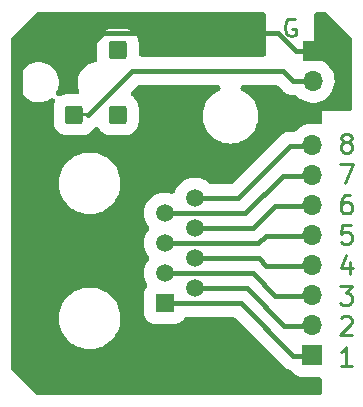
<source format=gbr>
%TF.GenerationSoftware,KiCad,Pcbnew,(6.0.0-0)*%
%TF.CreationDate,2023-04-18T12:25:17-04:00*%
%TF.ProjectId,row-breakout,726f772d-6272-4656-916b-6f75742e6b69,rev?*%
%TF.SameCoordinates,Original*%
%TF.FileFunction,Copper,L1,Top*%
%TF.FilePolarity,Positive*%
%FSLAX46Y46*%
G04 Gerber Fmt 4.6, Leading zero omitted, Abs format (unit mm)*
G04 Created by KiCad (PCBNEW (6.0.0-0)) date 2023-04-18 12:25:17*
%MOMM*%
%LPD*%
G01*
G04 APERTURE LIST*
G04 Aperture macros list*
%AMRoundRect*
0 Rectangle with rounded corners*
0 $1 Rounding radius*
0 $2 $3 $4 $5 $6 $7 $8 $9 X,Y pos of 4 corners*
0 Add a 4 corners polygon primitive as box body*
4,1,4,$2,$3,$4,$5,$6,$7,$8,$9,$2,$3,0*
0 Add four circle primitives for the rounded corners*
1,1,$1+$1,$2,$3*
1,1,$1+$1,$4,$5*
1,1,$1+$1,$6,$7*
1,1,$1+$1,$8,$9*
0 Add four rect primitives between the rounded corners*
20,1,$1+$1,$2,$3,$4,$5,0*
20,1,$1+$1,$4,$5,$6,$7,0*
20,1,$1+$1,$6,$7,$8,$9,0*
20,1,$1+$1,$8,$9,$2,$3,0*%
G04 Aperture macros list end*
%ADD10C,0.250000*%
%TA.AperFunction,NonConductor*%
%ADD11C,0.250000*%
%TD*%
%TA.AperFunction,SMDPad,CuDef*%
%ADD12RoundRect,0.187500X0.562500X-0.562500X0.562500X0.562500X-0.562500X0.562500X-0.562500X-0.562500X0*%
%TD*%
%TA.AperFunction,ComponentPad*%
%ADD13R,1.700000X1.700000*%
%TD*%
%TA.AperFunction,ComponentPad*%
%ADD14O,1.700000X1.700000*%
%TD*%
%TA.AperFunction,ComponentPad*%
%ADD15R,1.500000X1.500000*%
%TD*%
%TA.AperFunction,ComponentPad*%
%ADD16C,1.500000*%
%TD*%
%TA.AperFunction,Conductor*%
%ADD17C,0.400000*%
%TD*%
%TA.AperFunction,Conductor*%
%ADD18C,0.250000*%
%TD*%
G04 APERTURE END LIST*
D10*
D11*
X50175023Y-36498523D02*
X50022642Y-36422333D01*
X49946452Y-36346142D01*
X49870261Y-36193761D01*
X49870261Y-36117571D01*
X49946452Y-35965190D01*
X50022642Y-35889000D01*
X50175023Y-35812809D01*
X50479785Y-35812809D01*
X50632166Y-35889000D01*
X50708357Y-35965190D01*
X50784547Y-36117571D01*
X50784547Y-36193761D01*
X50708357Y-36346142D01*
X50632166Y-36422333D01*
X50479785Y-36498523D01*
X50175023Y-36498523D01*
X50022642Y-36574714D01*
X49946452Y-36650904D01*
X49870261Y-36803285D01*
X49870261Y-37108047D01*
X49946452Y-37260428D01*
X50022642Y-37336619D01*
X50175023Y-37412809D01*
X50479785Y-37412809D01*
X50632166Y-37336619D01*
X50708357Y-37260428D01*
X50784547Y-37108047D01*
X50784547Y-36803285D01*
X50708357Y-36650904D01*
X50632166Y-36574714D01*
X50479785Y-36498523D01*
X49794071Y-38388809D02*
X50860738Y-38388809D01*
X50175023Y-39988809D01*
X50632166Y-40964809D02*
X50327404Y-40964809D01*
X50175023Y-41041000D01*
X50098833Y-41117190D01*
X49946452Y-41345761D01*
X49870261Y-41650523D01*
X49870261Y-42260047D01*
X49946452Y-42412428D01*
X50022642Y-42488619D01*
X50175023Y-42564809D01*
X50479785Y-42564809D01*
X50632166Y-42488619D01*
X50708357Y-42412428D01*
X50784547Y-42260047D01*
X50784547Y-41879095D01*
X50708357Y-41726714D01*
X50632166Y-41650523D01*
X50479785Y-41574333D01*
X50175023Y-41574333D01*
X50022642Y-41650523D01*
X49946452Y-41726714D01*
X49870261Y-41879095D01*
X50708357Y-43540809D02*
X49946452Y-43540809D01*
X49870261Y-44302714D01*
X49946452Y-44226523D01*
X50098833Y-44150333D01*
X50479785Y-44150333D01*
X50632166Y-44226523D01*
X50708357Y-44302714D01*
X50784547Y-44455095D01*
X50784547Y-44836047D01*
X50708357Y-44988428D01*
X50632166Y-45064619D01*
X50479785Y-45140809D01*
X50098833Y-45140809D01*
X49946452Y-45064619D01*
X49870261Y-44988428D01*
X50632166Y-46650142D02*
X50632166Y-47716809D01*
X50251214Y-46040619D02*
X49870261Y-47183476D01*
X50860738Y-47183476D01*
X49794071Y-48692809D02*
X50784547Y-48692809D01*
X50251214Y-49302333D01*
X50479785Y-49302333D01*
X50632166Y-49378523D01*
X50708357Y-49454714D01*
X50784547Y-49607095D01*
X50784547Y-49988047D01*
X50708357Y-50140428D01*
X50632166Y-50216619D01*
X50479785Y-50292809D01*
X50022642Y-50292809D01*
X49870261Y-50216619D01*
X49794071Y-50140428D01*
X49870261Y-51421190D02*
X49946452Y-51345000D01*
X50098833Y-51268809D01*
X50479785Y-51268809D01*
X50632166Y-51345000D01*
X50708357Y-51421190D01*
X50784547Y-51573571D01*
X50784547Y-51725952D01*
X50708357Y-51954523D01*
X49794071Y-52868809D01*
X50784547Y-52868809D01*
X50784547Y-55444809D02*
X49870261Y-55444809D01*
X50327404Y-55444809D02*
X50327404Y-53844809D01*
X50175023Y-54073380D01*
X50022642Y-54225761D01*
X49870261Y-54301952D01*
D10*
D11*
X45960857Y-26130000D02*
X45818000Y-26058571D01*
X45603714Y-26058571D01*
X45389428Y-26130000D01*
X45246571Y-26272857D01*
X45175142Y-26415714D01*
X45103714Y-26701428D01*
X45103714Y-26915714D01*
X45175142Y-27201428D01*
X45246571Y-27344285D01*
X45389428Y-27487142D01*
X45603714Y-27558571D01*
X45746571Y-27558571D01*
X45960857Y-27487142D01*
X46032285Y-27415714D01*
X46032285Y-26915714D01*
X45746571Y-26915714D01*
D12*
%TO.P,J1,R1*%
%TO.N,Earth*%
X27280000Y-28702000D03*
%TO.P,J1,R1N*%
%TO.N,unconnected-(J1-PadR1N)*%
X30980000Y-28702000D03*
%TO.P,J1,R2*%
%TO.N,Earth*%
X23580000Y-34202000D03*
%TO.P,J1,S*%
X23580000Y-28702000D03*
%TO.P,J1,T*%
%TO.N,Net-(J1-PadT)*%
X27280000Y-34202000D03*
%TO.P,J1,TN*%
%TO.N,unconnected-(J1-PadTN)*%
X30980000Y-34202000D03*
%TD*%
D13*
%TO.P,J2,1,Pin_1*%
%TO.N,Earth*%
X47473000Y-28785000D03*
D14*
%TO.P,J2,2,Pin_2*%
%TO.N,Net-(J1-PadT)*%
X47473000Y-31325000D03*
%TD*%
D13*
%TO.P,J4,1,Pin_1*%
%TO.N,Net-(J3-Pad1)*%
X47448000Y-54580000D03*
D14*
%TO.P,J4,2,Pin_2*%
%TO.N,Net-(J3-Pad2)*%
X47448000Y-52040000D03*
%TO.P,J4,3,Pin_3*%
%TO.N,Net-(J3-Pad3)*%
X47448000Y-49500000D03*
%TO.P,J4,4,Pin_4*%
%TO.N,Net-(J3-Pad4)*%
X47448000Y-46960000D03*
%TO.P,J4,5,Pin_5*%
%TO.N,Net-(J3-Pad5)*%
X47448000Y-44420000D03*
%TO.P,J4,6,Pin_6*%
%TO.N,Net-(J3-Pad6)*%
X47448000Y-41880000D03*
%TO.P,J4,7,Pin_7*%
%TO.N,Net-(J3-Pad7)*%
X47448000Y-39340000D03*
%TO.P,J4,8,Pin_8*%
%TO.N,Net-(J3-Pad8)*%
X47448000Y-36800000D03*
%TD*%
D15*
%TO.P,J3,1*%
%TO.N,Net-(J3-Pad1)*%
X34945000Y-50165000D03*
D16*
%TO.P,J3,2*%
%TO.N,Net-(J3-Pad2)*%
X37485000Y-48895000D03*
%TO.P,J3,3*%
%TO.N,Net-(J3-Pad3)*%
X34945000Y-47625000D03*
%TO.P,J3,4*%
%TO.N,Net-(J3-Pad4)*%
X37485000Y-46355000D03*
%TO.P,J3,5*%
%TO.N,Net-(J3-Pad5)*%
X34945000Y-45085000D03*
%TO.P,J3,6*%
%TO.N,Net-(J3-Pad6)*%
X37485000Y-43815000D03*
%TO.P,J3,7*%
%TO.N,Net-(J3-Pad7)*%
X34945000Y-42545000D03*
%TO.P,J3,8*%
%TO.N,Net-(J3-Pad8)*%
X37485000Y-41275000D03*
%TD*%
D17*
%TO.N,Net-(J1-PadT)*%
X44958000Y-30480000D02*
X32189000Y-30480000D01*
X32189000Y-30480000D02*
X28467000Y-34202000D01*
X47473000Y-31325000D02*
X45803000Y-31325000D01*
X45803000Y-31325000D02*
X44958000Y-30480000D01*
D18*
X28467000Y-34119000D02*
X27280000Y-34119000D01*
D17*
%TO.N,Earth*%
X28321000Y-28702000D02*
X29718000Y-27305000D01*
X23580000Y-28702000D02*
X27280000Y-28702000D01*
X23205479Y-28993521D02*
X23580000Y-28619000D01*
X29718000Y-27305000D02*
X44571568Y-27305000D01*
X23580000Y-34119000D02*
X22708000Y-33247000D01*
X22708000Y-29464000D02*
X23553000Y-28619000D01*
X44571568Y-27305000D02*
X46051568Y-28785000D01*
X46051568Y-28785000D02*
X47473000Y-28785000D01*
X27280000Y-28702000D02*
X28321000Y-28702000D01*
X22708000Y-33247000D02*
X22708000Y-29464000D01*
X23553000Y-28619000D02*
X23580000Y-28619000D01*
%TO.N,Net-(J3-Pad1)*%
X34945000Y-50165000D02*
X41377000Y-50165000D01*
X41377000Y-50165000D02*
X45822000Y-54610000D01*
X45822000Y-54610000D02*
X47498000Y-54610000D01*
%TO.N,Net-(J3-Pad2)*%
X41885000Y-48895000D02*
X45060000Y-52070000D01*
X37485000Y-48895000D02*
X41885000Y-48895000D01*
X45060000Y-52070000D02*
X47498000Y-52070000D01*
%TO.N,Net-(J3-Pad3)*%
X47498000Y-49530000D02*
X44298000Y-49530000D01*
X34945000Y-47625000D02*
X42393000Y-47625000D01*
X44298000Y-49530000D02*
X42393000Y-47625000D01*
%TO.N,Net-(J3-Pad4)*%
X43536000Y-46990000D02*
X42901000Y-46355000D01*
X47498000Y-46990000D02*
X43536000Y-46990000D01*
X37485000Y-46355000D02*
X42901000Y-46355000D01*
%TO.N,Net-(J3-Pad5)*%
X42862500Y-45085000D02*
X43497500Y-44450000D01*
X42862500Y-45085000D02*
X34945000Y-45085000D01*
X43497500Y-44450000D02*
X47498000Y-44450000D01*
%TO.N,Net-(J3-Pad6)*%
X42393000Y-43815000D02*
X44298000Y-41910000D01*
X44298000Y-41910000D02*
X47498000Y-41910000D01*
X37485000Y-43815000D02*
X42393000Y-43815000D01*
%TO.N,Net-(J3-Pad7)*%
X34945000Y-42545000D02*
X41758000Y-42545000D01*
X44933000Y-39370000D02*
X41758000Y-42545000D01*
X47498000Y-39370000D02*
X44933000Y-39370000D01*
%TO.N,Net-(J3-Pad8)*%
X45568000Y-36830000D02*
X41123000Y-41275000D01*
X47498000Y-36830000D02*
X45568000Y-36830000D01*
X41123000Y-41275000D02*
X37485000Y-41275000D01*
%TD*%
%TA.AperFunction,Conductor*%
%TO.N,Earth*%
G36*
X43389288Y-25529954D02*
G01*
X43470070Y-25583930D01*
X43524046Y-25664712D01*
X43543000Y-25760000D01*
X43543000Y-29030500D01*
X43524046Y-29125788D01*
X43470070Y-29206570D01*
X43389288Y-29260546D01*
X43294000Y-29279500D01*
X32979500Y-29279500D01*
X32884212Y-29260546D01*
X32803430Y-29206570D01*
X32749454Y-29125788D01*
X32730500Y-29030500D01*
X32730500Y-28068492D01*
X32723093Y-27967270D01*
X32671938Y-27755008D01*
X32582957Y-27555623D01*
X32459131Y-27375792D01*
X32304607Y-27221537D01*
X32124560Y-27098025D01*
X32114128Y-27093391D01*
X32114122Y-27093388D01*
X31935457Y-27014029D01*
X31935458Y-27014029D01*
X31925020Y-27009393D01*
X31913920Y-27006738D01*
X31913916Y-27006737D01*
X31764296Y-26970955D01*
X31712669Y-26958608D01*
X31702529Y-26957881D01*
X31702528Y-26957881D01*
X31687871Y-26956830D01*
X31613508Y-26951500D01*
X30346492Y-26951500D01*
X30341955Y-26951832D01*
X30255418Y-26958164D01*
X30255413Y-26958165D01*
X30245270Y-26958907D01*
X30235379Y-26961291D01*
X30235377Y-26961291D01*
X30210892Y-26967192D01*
X30033008Y-27010062D01*
X29833623Y-27099043D01*
X29653792Y-27222869D01*
X29499537Y-27377393D01*
X29376025Y-27557440D01*
X29371391Y-27567872D01*
X29371388Y-27567878D01*
X29336562Y-27646284D01*
X29287393Y-27756980D01*
X29236608Y-27969331D01*
X29229500Y-28068492D01*
X29229500Y-29335508D01*
X29236907Y-29436730D01*
X29242495Y-29459917D01*
X29246393Y-29556991D01*
X29212845Y-29648170D01*
X29146958Y-29719570D01*
X29058763Y-29760322D01*
X29038093Y-29764386D01*
X29031447Y-29765403D01*
X29022024Y-29766120D01*
X28769985Y-29824539D01*
X28761208Y-29828040D01*
X28761210Y-29828040D01*
X28614012Y-29886766D01*
X28529682Y-29920410D01*
X28306646Y-30051527D01*
X28106009Y-30214871D01*
X28099671Y-30221873D01*
X28099669Y-30221875D01*
X27955290Y-30381382D01*
X27932387Y-30406685D01*
X27842064Y-30543408D01*
X27824630Y-30569798D01*
X27789778Y-30622553D01*
X27785821Y-30631137D01*
X27711743Y-30791825D01*
X27681462Y-30857509D01*
X27609932Y-31106145D01*
X27576833Y-31362741D01*
X27577056Y-31372198D01*
X27581262Y-31550641D01*
X27582929Y-31621390D01*
X27628078Y-31876142D01*
X27701921Y-32093677D01*
X27711241Y-32121133D01*
X27708663Y-32122008D01*
X27725008Y-32199871D01*
X27707061Y-32295354D01*
X27653940Y-32376701D01*
X27573733Y-32431527D01*
X27476022Y-32451500D01*
X26646492Y-32451500D01*
X26641955Y-32451832D01*
X26555418Y-32458164D01*
X26555413Y-32458165D01*
X26545270Y-32458907D01*
X26535379Y-32461291D01*
X26535377Y-32461291D01*
X26401054Y-32493663D01*
X26333008Y-32510062D01*
X26133623Y-32599043D01*
X26124216Y-32605520D01*
X26114266Y-32611104D01*
X26112706Y-32608324D01*
X26043358Y-32638202D01*
X25946212Y-32639573D01*
X25855937Y-32603663D01*
X25786276Y-32535941D01*
X25747833Y-32446715D01*
X25746462Y-32349569D01*
X25770846Y-32281734D01*
X25770222Y-32281447D01*
X25773522Y-32274288D01*
X25835706Y-32139401D01*
X25874577Y-32055084D01*
X25874579Y-32055079D01*
X25878538Y-32046491D01*
X25930225Y-31866830D01*
X25947453Y-31806945D01*
X25947453Y-31806944D01*
X25950068Y-31797855D01*
X25951278Y-31788476D01*
X25981957Y-31550641D01*
X25981957Y-31550638D01*
X25983167Y-31541259D01*
X25980666Y-31435135D01*
X25977294Y-31292057D01*
X25977294Y-31292052D01*
X25977071Y-31282610D01*
X25931922Y-31027858D01*
X25848759Y-30782867D01*
X25729495Y-30553275D01*
X25576875Y-30344364D01*
X25394411Y-30160942D01*
X25330658Y-30113853D01*
X25193913Y-30012851D01*
X25193908Y-30012848D01*
X25186302Y-30007230D01*
X25177935Y-30002828D01*
X25177932Y-30002826D01*
X24965710Y-29891171D01*
X24965707Y-29891170D01*
X24957337Y-29886766D01*
X24948400Y-29883680D01*
X24948393Y-29883677D01*
X24721729Y-29805409D01*
X24721724Y-29805408D01*
X24712785Y-29802321D01*
X24458274Y-29755839D01*
X24375481Y-29751500D01*
X24214218Y-29751500D01*
X24098244Y-29760322D01*
X24031446Y-29765403D01*
X24031442Y-29765404D01*
X24022024Y-29766120D01*
X23769985Y-29824539D01*
X23761208Y-29828040D01*
X23761210Y-29828040D01*
X23614012Y-29886766D01*
X23529682Y-29920410D01*
X23306646Y-30051527D01*
X23106009Y-30214871D01*
X23099671Y-30221873D01*
X23099669Y-30221875D01*
X22955290Y-30381382D01*
X22932387Y-30406685D01*
X22842064Y-30543408D01*
X22824630Y-30569798D01*
X22789778Y-30622553D01*
X22785821Y-30631137D01*
X22711743Y-30791825D01*
X22681462Y-30857509D01*
X22609932Y-31106145D01*
X22576833Y-31362741D01*
X22577056Y-31372198D01*
X22581262Y-31550641D01*
X22582929Y-31621390D01*
X22628078Y-31876142D01*
X22711241Y-32121133D01*
X22830505Y-32350725D01*
X22836088Y-32358367D01*
X22965815Y-32535941D01*
X22983125Y-32559636D01*
X23165589Y-32743058D01*
X23173198Y-32748678D01*
X23173199Y-32748679D01*
X23366087Y-32891149D01*
X23366092Y-32891152D01*
X23373698Y-32896770D01*
X23382065Y-32901172D01*
X23382068Y-32901174D01*
X23534660Y-32981456D01*
X23602663Y-33017234D01*
X23611600Y-33020320D01*
X23611607Y-33020323D01*
X23838271Y-33098591D01*
X23838276Y-33098592D01*
X23847215Y-33101679D01*
X23856522Y-33103379D01*
X23856523Y-33103379D01*
X23982092Y-33126312D01*
X24101726Y-33148161D01*
X24184519Y-33152500D01*
X24345782Y-33152500D01*
X24463820Y-33143521D01*
X24528554Y-33138597D01*
X24528558Y-33138596D01*
X24537976Y-33137880D01*
X24790015Y-33079461D01*
X24938246Y-33020323D01*
X25021543Y-32987091D01*
X25021544Y-32987090D01*
X25030318Y-32983590D01*
X25210964Y-32877393D01*
X25245208Y-32857262D01*
X25245210Y-32857261D01*
X25253354Y-32852473D01*
X25260680Y-32846509D01*
X25265963Y-32842837D01*
X25355027Y-32804019D01*
X25452165Y-32802240D01*
X25542591Y-32837769D01*
X25612536Y-32905198D01*
X25651354Y-32994262D01*
X25653133Y-33091400D01*
X25635630Y-33148381D01*
X25587393Y-33256980D01*
X25536608Y-33469331D01*
X25529500Y-33568492D01*
X25529500Y-34835508D01*
X25529832Y-34840045D01*
X25534759Y-34907370D01*
X25536907Y-34936730D01*
X25539291Y-34946621D01*
X25539291Y-34946623D01*
X25553038Y-35003663D01*
X25588062Y-35148992D01*
X25677043Y-35348377D01*
X25800869Y-35528208D01*
X25955393Y-35682463D01*
X26068676Y-35760175D01*
X26122315Y-35796971D01*
X26135440Y-35805975D01*
X26145872Y-35810609D01*
X26145878Y-35810612D01*
X26291743Y-35875402D01*
X26334980Y-35894607D01*
X26346080Y-35897262D01*
X26346084Y-35897263D01*
X26469681Y-35926822D01*
X26547331Y-35945392D01*
X26557471Y-35946119D01*
X26557472Y-35946119D01*
X26572129Y-35947170D01*
X26646492Y-35952500D01*
X27913508Y-35952500D01*
X27918345Y-35952146D01*
X28004582Y-35945836D01*
X28004587Y-35945835D01*
X28014730Y-35945093D01*
X28024621Y-35942709D01*
X28024623Y-35942709D01*
X28215888Y-35896614D01*
X28215887Y-35896614D01*
X28226992Y-35893938D01*
X28426377Y-35804957D01*
X28606208Y-35681131D01*
X28639198Y-35648084D01*
X28752400Y-35534684D01*
X28760463Y-35526607D01*
X28856983Y-35385907D01*
X28926516Y-35318052D01*
X28946376Y-35306401D01*
X29047134Y-35253390D01*
X29140288Y-35225797D01*
X29236910Y-35235952D01*
X29322292Y-35282311D01*
X29376762Y-35347747D01*
X29377043Y-35348377D01*
X29500869Y-35528208D01*
X29655393Y-35682463D01*
X29768676Y-35760175D01*
X29822315Y-35796971D01*
X29835440Y-35805975D01*
X29845872Y-35810609D01*
X29845878Y-35810612D01*
X29991743Y-35875402D01*
X30034980Y-35894607D01*
X30046080Y-35897262D01*
X30046084Y-35897263D01*
X30169681Y-35926822D01*
X30247331Y-35945392D01*
X30257471Y-35946119D01*
X30257472Y-35946119D01*
X30272129Y-35947170D01*
X30346492Y-35952500D01*
X31613508Y-35952500D01*
X31618345Y-35952146D01*
X31704582Y-35945836D01*
X31704587Y-35945835D01*
X31714730Y-35945093D01*
X31724621Y-35942709D01*
X31724623Y-35942709D01*
X31915888Y-35896614D01*
X31915887Y-35896614D01*
X31926992Y-35893938D01*
X32126377Y-35804957D01*
X32306208Y-35681131D01*
X32339198Y-35648084D01*
X32452400Y-35534684D01*
X32460463Y-35526607D01*
X32583975Y-35346560D01*
X32588609Y-35336128D01*
X32588612Y-35336122D01*
X32667971Y-35157457D01*
X32672607Y-35147020D01*
X32676729Y-35129787D01*
X32721027Y-34944557D01*
X32723392Y-34934669D01*
X32730500Y-34835508D01*
X32730500Y-33568492D01*
X32723093Y-33467270D01*
X32671938Y-33255008D01*
X32582957Y-33055623D01*
X32459131Y-32875792D01*
X32430684Y-32847394D01*
X32331796Y-32748679D01*
X32304607Y-32721537D01*
X32171913Y-32630509D01*
X32160617Y-32622760D01*
X32092763Y-32553226D01*
X32056683Y-32463019D01*
X32057870Y-32365871D01*
X32096144Y-32276573D01*
X32125404Y-32241360D01*
X32613334Y-31753430D01*
X32694116Y-31699454D01*
X32789404Y-31680500D01*
X39422239Y-31680500D01*
X39517527Y-31699454D01*
X39598309Y-31753430D01*
X39652285Y-31834212D01*
X39671239Y-31929500D01*
X39652285Y-32024788D01*
X39598309Y-32105570D01*
X39532369Y-32152821D01*
X39342536Y-32246436D01*
X39342529Y-32246440D01*
X39335229Y-32250040D01*
X39328462Y-32254561D01*
X39328456Y-32254565D01*
X39220903Y-32326430D01*
X39079036Y-32421222D01*
X38847380Y-32624380D01*
X38644222Y-32856036D01*
X38639697Y-32862808D01*
X38639694Y-32862812D01*
X38562193Y-32978801D01*
X38473040Y-33112228D01*
X38336762Y-33388573D01*
X38237720Y-33680341D01*
X38236131Y-33688328D01*
X38236131Y-33688329D01*
X38197992Y-33880069D01*
X38177609Y-33982540D01*
X38157457Y-34290000D01*
X38177609Y-34597460D01*
X38179197Y-34605445D01*
X38179198Y-34605450D01*
X38225844Y-34839953D01*
X38237720Y-34899659D01*
X38336762Y-35191427D01*
X38473040Y-35467771D01*
X38477561Y-35474538D01*
X38477565Y-35474544D01*
X38518813Y-35536276D01*
X38644222Y-35723964D01*
X38847380Y-35955620D01*
X39079036Y-36158778D01*
X39207626Y-36244699D01*
X39328456Y-36325435D01*
X39328462Y-36325439D01*
X39335229Y-36329960D01*
X39611573Y-36466238D01*
X39903341Y-36565280D01*
X39911328Y-36566869D01*
X39911329Y-36566869D01*
X40197550Y-36623802D01*
X40197555Y-36623803D01*
X40205540Y-36625391D01*
X40213670Y-36625924D01*
X40213671Y-36625924D01*
X40274392Y-36629904D01*
X40436059Y-36640500D01*
X40589941Y-36640500D01*
X40751608Y-36629904D01*
X40812329Y-36625924D01*
X40812330Y-36625924D01*
X40820460Y-36625391D01*
X40828445Y-36623803D01*
X40828450Y-36623802D01*
X41114671Y-36566869D01*
X41114672Y-36566869D01*
X41122659Y-36565280D01*
X41414427Y-36466238D01*
X41690771Y-36329960D01*
X41697538Y-36325439D01*
X41697544Y-36325435D01*
X41818374Y-36244699D01*
X41946964Y-36158778D01*
X42178620Y-35955620D01*
X42381778Y-35723964D01*
X42389893Y-35711820D01*
X42548435Y-35474544D01*
X42552960Y-35467772D01*
X42673533Y-35223274D01*
X42685630Y-35198744D01*
X42685632Y-35198740D01*
X42689238Y-35191427D01*
X42788280Y-34899659D01*
X42800156Y-34839953D01*
X42846802Y-34605450D01*
X42846803Y-34605445D01*
X42848391Y-34597460D01*
X42868543Y-34290000D01*
X42848391Y-33982540D01*
X42828009Y-33880069D01*
X42789869Y-33688329D01*
X42789869Y-33688328D01*
X42788280Y-33680341D01*
X42689238Y-33388573D01*
X42552960Y-33112229D01*
X42548439Y-33105462D01*
X42548435Y-33105456D01*
X42408995Y-32896770D01*
X42381778Y-32856036D01*
X42178620Y-32624380D01*
X41946964Y-32421222D01*
X41805097Y-32326430D01*
X41697544Y-32254565D01*
X41697538Y-32254561D01*
X41690771Y-32250040D01*
X41683471Y-32246440D01*
X41683464Y-32246436D01*
X41493631Y-32152821D01*
X41416553Y-32093677D01*
X41367975Y-32009538D01*
X41355294Y-31913214D01*
X41380440Y-31819370D01*
X41439584Y-31742292D01*
X41523723Y-31693714D01*
X41603761Y-31680500D01*
X44357597Y-31680500D01*
X44452885Y-31699454D01*
X44533666Y-31753430D01*
X44919638Y-32139401D01*
X44930762Y-32151277D01*
X44973090Y-32199543D01*
X44982050Y-32206606D01*
X44982060Y-32206616D01*
X45044854Y-32256118D01*
X45049920Y-32260220D01*
X45120116Y-32318601D01*
X45130074Y-32324178D01*
X45132054Y-32325539D01*
X45133264Y-32326430D01*
X45134077Y-32326973D01*
X45135355Y-32327745D01*
X45137394Y-32329069D01*
X45146360Y-32336137D01*
X45227205Y-32378672D01*
X45232902Y-32381765D01*
X45302659Y-32420832D01*
X45302663Y-32420834D01*
X45312620Y-32426410D01*
X45323430Y-32430079D01*
X45325628Y-32431058D01*
X45326974Y-32431711D01*
X45327878Y-32432100D01*
X45329296Y-32432633D01*
X45331512Y-32433551D01*
X45341620Y-32438869D01*
X45428833Y-32465949D01*
X45435002Y-32467953D01*
X45521548Y-32497331D01*
X45532845Y-32498969D01*
X45535175Y-32499528D01*
X45536621Y-32499926D01*
X45537600Y-32500147D01*
X45539085Y-32500412D01*
X45541422Y-32500909D01*
X45552333Y-32504297D01*
X45626137Y-32513032D01*
X45643081Y-32515038D01*
X45649541Y-32515889D01*
X45728597Y-32527351D01*
X45728598Y-32527351D01*
X45739902Y-32528990D01*
X45751310Y-32528542D01*
X45751314Y-32528542D01*
X45823843Y-32525692D01*
X45833619Y-32525500D01*
X45953678Y-32525500D01*
X46048966Y-32544454D01*
X46136524Y-32605478D01*
X46197033Y-32670937D01*
X46197039Y-32670943D01*
X46203010Y-32677402D01*
X46209830Y-32682954D01*
X46209836Y-32682960D01*
X46267125Y-32729600D01*
X46406235Y-32842853D01*
X46413774Y-32847392D01*
X46413777Y-32847394D01*
X46463606Y-32877393D01*
X46630745Y-32978019D01*
X46638857Y-32981454D01*
X46638861Y-32981456D01*
X46838641Y-33066052D01*
X46872060Y-33080203D01*
X46880571Y-33082460D01*
X46880575Y-33082461D01*
X47116852Y-33145109D01*
X47116855Y-33145109D01*
X47125365Y-33147366D01*
X47134108Y-33148401D01*
X47134109Y-33148401D01*
X47200025Y-33156202D01*
X47385607Y-33178167D01*
X47647592Y-33171993D01*
X47906094Y-33128967D01*
X48155955Y-33049946D01*
X48392188Y-32936509D01*
X48610082Y-32790917D01*
X48663516Y-32743058D01*
X48798727Y-32621952D01*
X48798730Y-32621949D01*
X48805287Y-32616076D01*
X48973910Y-32415475D01*
X49112586Y-32193116D01*
X49218547Y-31953436D01*
X49289681Y-31701216D01*
X49324566Y-31441491D01*
X49328227Y-31325000D01*
X49309719Y-31063596D01*
X49267308Y-30866606D01*
X49256416Y-30816013D01*
X49256415Y-30816008D01*
X49254563Y-30807408D01*
X49248815Y-30791825D01*
X49166904Y-30569798D01*
X49166904Y-30569797D01*
X49163860Y-30561547D01*
X49039420Y-30330920D01*
X48883726Y-30120126D01*
X48699884Y-29933374D01*
X48491562Y-29774388D01*
X48262917Y-29646340D01*
X48018512Y-29551787D01*
X47785776Y-29497842D01*
X47697228Y-29457862D01*
X47630721Y-29387039D01*
X47596379Y-29296156D01*
X47593000Y-29255273D01*
X47593000Y-25760000D01*
X47611954Y-25664712D01*
X47665930Y-25583930D01*
X47746712Y-25529954D01*
X47842000Y-25511000D01*
X48479646Y-25511000D01*
X48574934Y-25529954D01*
X48655716Y-25583930D01*
X50718070Y-27646284D01*
X50772046Y-27727066D01*
X50791000Y-27822354D01*
X50791000Y-33627000D01*
X50772046Y-33722288D01*
X50718070Y-33803070D01*
X50637288Y-33857046D01*
X50542000Y-33876000D01*
X48253000Y-33876000D01*
X48253000Y-34773617D01*
X48234046Y-34868905D01*
X48180070Y-34949687D01*
X48099288Y-35003663D01*
X48004000Y-35022617D01*
X47947776Y-35016186D01*
X47746807Y-34969604D01*
X47746805Y-34969604D01*
X47738221Y-34967614D01*
X47729445Y-34966854D01*
X47729439Y-34966853D01*
X47599935Y-34955637D01*
X47477141Y-34945002D01*
X47337933Y-34952663D01*
X47224266Y-34958918D01*
X47224261Y-34958919D01*
X47215478Y-34959402D01*
X47087818Y-34984795D01*
X46967091Y-35008809D01*
X46967086Y-35008810D01*
X46958456Y-35010527D01*
X46711201Y-35097357D01*
X46703394Y-35101412D01*
X46703388Y-35101415D01*
X46488315Y-35213137D01*
X46478647Y-35218159D01*
X46429346Y-35253390D01*
X46272594Y-35365406D01*
X46272590Y-35365409D01*
X46265434Y-35370523D01*
X46259066Y-35376597D01*
X46259062Y-35376601D01*
X46082194Y-35545324D01*
X46082189Y-35545329D01*
X46075816Y-35551409D01*
X46075553Y-35551133D01*
X46001536Y-35605802D01*
X45907247Y-35629224D01*
X45895518Y-35629500D01*
X45616756Y-35629500D01*
X45600470Y-35628967D01*
X45536440Y-35624770D01*
X45525102Y-35626112D01*
X45525098Y-35626112D01*
X45445720Y-35635507D01*
X45439240Y-35636188D01*
X45363912Y-35643110D01*
X45348289Y-35644546D01*
X45337302Y-35647645D01*
X45334933Y-35648084D01*
X45333451Y-35648309D01*
X45332469Y-35648504D01*
X45331005Y-35648866D01*
X45328668Y-35649363D01*
X45317333Y-35650704D01*
X45306432Y-35654089D01*
X45306431Y-35654089D01*
X45230139Y-35677778D01*
X45223893Y-35679629D01*
X45135936Y-35704435D01*
X45125698Y-35709484D01*
X45123457Y-35710344D01*
X45122032Y-35710838D01*
X45121128Y-35711199D01*
X45119757Y-35711820D01*
X45117522Y-35712746D01*
X45106620Y-35716131D01*
X45096516Y-35721447D01*
X45096511Y-35721449D01*
X45025782Y-35758662D01*
X45020039Y-35761589D01*
X44938053Y-35802020D01*
X44928901Y-35808855D01*
X44926859Y-35810106D01*
X44925549Y-35810851D01*
X44924707Y-35811382D01*
X44923466Y-35812247D01*
X44921466Y-35813546D01*
X44911359Y-35818863D01*
X44902392Y-35825932D01*
X44839639Y-35875402D01*
X44834470Y-35879368D01*
X44770418Y-35927198D01*
X44770408Y-35927207D01*
X44761267Y-35934033D01*
X44750095Y-35946119D01*
X44704244Y-35995720D01*
X44697468Y-36002768D01*
X42669737Y-38030500D01*
X40698667Y-40001570D01*
X40617885Y-40055546D01*
X40522597Y-40074500D01*
X38862453Y-40074500D01*
X38767165Y-40055546D01*
X38691843Y-40006865D01*
X38596439Y-39917118D01*
X38596437Y-39917117D01*
X38589714Y-39910792D01*
X38582137Y-39905535D01*
X38582130Y-39905530D01*
X38383531Y-39767757D01*
X38383529Y-39767756D01*
X38375937Y-39762489D01*
X38367648Y-39758401D01*
X38367644Y-39758399D01*
X38261276Y-39705945D01*
X38142587Y-39647414D01*
X37983602Y-39596523D01*
X37903593Y-39570911D01*
X37903590Y-39570910D01*
X37894792Y-39568094D01*
X37885678Y-39566610D01*
X37885675Y-39566609D01*
X37799754Y-39552616D01*
X37637994Y-39526272D01*
X37628764Y-39526151D01*
X37628762Y-39526151D01*
X37445625Y-39523754D01*
X37377835Y-39522866D01*
X37341897Y-39527757D01*
X37129176Y-39556707D01*
X37129172Y-39556708D01*
X37120030Y-39557952D01*
X36870243Y-39630758D01*
X36861850Y-39634627D01*
X36861848Y-39634628D01*
X36828534Y-39649986D01*
X36633961Y-39739686D01*
X36416375Y-39882341D01*
X36222265Y-40055591D01*
X36055895Y-40255629D01*
X36042719Y-40277343D01*
X35925709Y-40470168D01*
X35925706Y-40470174D01*
X35920920Y-40478061D01*
X35917351Y-40486572D01*
X35917349Y-40486576D01*
X35836518Y-40679338D01*
X35820305Y-40718001D01*
X35818031Y-40726954D01*
X35817607Y-40728222D01*
X35769396Y-40812572D01*
X35692576Y-40872051D01*
X35598842Y-40897605D01*
X35505567Y-40886357D01*
X35354792Y-40838094D01*
X35345678Y-40836610D01*
X35345675Y-40836609D01*
X35259754Y-40822616D01*
X35097994Y-40796272D01*
X35088764Y-40796151D01*
X35088762Y-40796151D01*
X34905625Y-40793754D01*
X34837835Y-40792866D01*
X34801897Y-40797757D01*
X34589176Y-40826707D01*
X34589172Y-40826708D01*
X34580030Y-40827952D01*
X34330243Y-40900758D01*
X34321850Y-40904627D01*
X34321848Y-40904628D01*
X34156151Y-40981016D01*
X34093961Y-41009686D01*
X33876375Y-41152341D01*
X33682265Y-41325591D01*
X33515895Y-41525629D01*
X33459701Y-41618235D01*
X33385709Y-41740168D01*
X33385706Y-41740174D01*
X33380920Y-41748061D01*
X33280305Y-41988001D01*
X33216261Y-42240177D01*
X33215335Y-42249368D01*
X33215335Y-42249371D01*
X33193271Y-42468494D01*
X33190194Y-42499049D01*
X33202677Y-42758930D01*
X33204476Y-42767975D01*
X33204477Y-42767982D01*
X33251632Y-43005048D01*
X33253435Y-43014112D01*
X33256556Y-43022804D01*
X33256558Y-43022812D01*
X33337948Y-43249500D01*
X33341355Y-43258989D01*
X33464504Y-43488180D01*
X33470031Y-43495582D01*
X33470032Y-43495583D01*
X33598573Y-43667720D01*
X33640399Y-43755411D01*
X33645484Y-43852433D01*
X33613053Y-43944015D01*
X33590502Y-43975923D01*
X33515895Y-44065629D01*
X33511104Y-44073525D01*
X33385709Y-44280168D01*
X33385706Y-44280174D01*
X33380920Y-44288061D01*
X33280305Y-44528001D01*
X33216261Y-44780177D01*
X33190194Y-45039049D01*
X33202677Y-45298930D01*
X33204476Y-45307975D01*
X33204477Y-45307982D01*
X33251632Y-45545048D01*
X33253435Y-45554112D01*
X33256556Y-45562804D01*
X33256558Y-45562812D01*
X33337948Y-45789500D01*
X33341355Y-45798989D01*
X33464504Y-46028180D01*
X33470031Y-46035582D01*
X33470032Y-46035583D01*
X33598573Y-46207720D01*
X33640399Y-46295411D01*
X33645484Y-46392433D01*
X33613053Y-46484015D01*
X33590502Y-46515923D01*
X33515895Y-46605629D01*
X33511104Y-46613525D01*
X33385709Y-46820168D01*
X33385706Y-46820174D01*
X33380920Y-46828061D01*
X33280305Y-47068001D01*
X33216261Y-47320177D01*
X33190194Y-47579049D01*
X33202677Y-47838930D01*
X33204476Y-47847975D01*
X33204477Y-47847982D01*
X33251632Y-48085048D01*
X33253435Y-48094112D01*
X33256556Y-48102804D01*
X33256558Y-48102812D01*
X33337948Y-48329500D01*
X33341355Y-48338989D01*
X33345727Y-48347126D01*
X33345729Y-48347130D01*
X33437488Y-48517901D01*
X33465893Y-48610811D01*
X33456581Y-48707519D01*
X33411109Y-48793130D01*
X33355427Y-48861404D01*
X33349584Y-48872580D01*
X33349583Y-48872582D01*
X33330420Y-48909238D01*
X33261259Y-49041530D01*
X33205234Y-49236913D01*
X33204180Y-49248719D01*
X33204180Y-49248721D01*
X33203672Y-49254419D01*
X33194500Y-49357184D01*
X33194500Y-50972816D01*
X33205234Y-51093087D01*
X33261259Y-51288470D01*
X33267105Y-51299652D01*
X33339657Y-51438430D01*
X33355427Y-51468596D01*
X33483891Y-51626109D01*
X33493673Y-51634087D01*
X33631630Y-51746602D01*
X33631633Y-51746604D01*
X33641404Y-51754573D01*
X33652580Y-51760416D01*
X33652582Y-51760417D01*
X33748405Y-51810512D01*
X33821530Y-51848741D01*
X34016913Y-51904766D01*
X34028719Y-51905820D01*
X34028721Y-51905820D01*
X34131668Y-51915008D01*
X34131675Y-51915008D01*
X34137184Y-51915500D01*
X35752816Y-51915500D01*
X35758325Y-51915008D01*
X35758332Y-51915008D01*
X35861279Y-51905820D01*
X35861281Y-51905820D01*
X35873087Y-51904766D01*
X36068470Y-51848741D01*
X36141595Y-51810512D01*
X36237418Y-51760417D01*
X36237420Y-51760416D01*
X36248596Y-51754573D01*
X36258367Y-51746604D01*
X36258370Y-51746602D01*
X36396327Y-51634087D01*
X36406109Y-51626109D01*
X36534573Y-51468596D01*
X36535334Y-51469217D01*
X36595502Y-51408311D01*
X36685034Y-51370585D01*
X36735098Y-51365500D01*
X40776596Y-51365500D01*
X40871884Y-51384454D01*
X40952666Y-51438430D01*
X44938645Y-55424408D01*
X44949783Y-55436301D01*
X44992090Y-55484543D01*
X45001050Y-55491606D01*
X45001060Y-55491616D01*
X45063854Y-55541118D01*
X45068920Y-55545220D01*
X45139116Y-55603601D01*
X45149077Y-55609179D01*
X45151050Y-55610535D01*
X45152260Y-55611426D01*
X45153094Y-55611984D01*
X45154385Y-55612763D01*
X45156390Y-55614065D01*
X45165360Y-55621137D01*
X45175468Y-55626455D01*
X45175471Y-55626457D01*
X45246194Y-55663666D01*
X45251923Y-55666776D01*
X45331621Y-55711410D01*
X45342421Y-55715076D01*
X45344627Y-55716058D01*
X45345956Y-55716703D01*
X45346900Y-55717108D01*
X45348308Y-55717638D01*
X45350516Y-55718553D01*
X45360620Y-55723869D01*
X45371523Y-55727254D01*
X45371529Y-55727257D01*
X45447851Y-55750956D01*
X45454046Y-55752969D01*
X45529738Y-55778662D01*
X45529743Y-55778663D01*
X45540548Y-55782331D01*
X45551839Y-55783968D01*
X45554190Y-55784533D01*
X45569888Y-55788849D01*
X45571331Y-55789297D01*
X45570491Y-55792004D01*
X45641539Y-55822516D01*
X45709343Y-55892098D01*
X45721191Y-55912370D01*
X45758427Y-55983596D01*
X45766396Y-55993367D01*
X45766398Y-55993370D01*
X45861064Y-56109442D01*
X45886891Y-56141109D01*
X45896673Y-56149087D01*
X46034630Y-56261602D01*
X46034633Y-56261604D01*
X46044404Y-56269573D01*
X46224530Y-56363741D01*
X46419913Y-56419766D01*
X46431719Y-56420820D01*
X46431721Y-56420820D01*
X46534668Y-56430008D01*
X46534675Y-56430008D01*
X46540184Y-56430500D01*
X48004000Y-56430500D01*
X48099288Y-56449454D01*
X48180070Y-56503430D01*
X48234046Y-56584212D01*
X48253000Y-56679500D01*
X48253000Y-57534000D01*
X48258755Y-57534000D01*
X48263207Y-57540664D01*
X48300386Y-57630424D01*
X48300385Y-57727579D01*
X48263205Y-57817338D01*
X48194506Y-57886037D01*
X48104746Y-57923216D01*
X48056170Y-57928000D01*
X24241354Y-57928000D01*
X24146066Y-57909046D01*
X24065284Y-57855070D01*
X22002930Y-55792716D01*
X21948954Y-55711934D01*
X21930000Y-55616646D01*
X21930000Y-51480471D01*
X25989955Y-51480471D01*
X25990552Y-51488056D01*
X25990552Y-51488060D01*
X26010900Y-51746602D01*
X26014914Y-51797607D01*
X26078336Y-52109338D01*
X26179276Y-52411016D01*
X26182545Y-52417870D01*
X26182546Y-52417872D01*
X26274603Y-52610872D01*
X26316229Y-52698143D01*
X26320310Y-52704550D01*
X26320314Y-52704556D01*
X26435517Y-52885388D01*
X26487153Y-52966440D01*
X26689500Y-53211907D01*
X26920254Y-53430884D01*
X26926368Y-53435408D01*
X26926369Y-53435409D01*
X27112626Y-53573232D01*
X27175975Y-53620108D01*
X27452849Y-53776756D01*
X27616635Y-53844598D01*
X27739725Y-53895584D01*
X27739729Y-53895585D01*
X27746751Y-53898494D01*
X28053298Y-53983507D01*
X28295035Y-54019635D01*
X28361470Y-54029564D01*
X28361472Y-54029564D01*
X28367921Y-54030528D01*
X28374429Y-54030812D01*
X28374438Y-54030813D01*
X28479078Y-54035381D01*
X28481804Y-54035500D01*
X28675799Y-54035500D01*
X28679571Y-54035269D01*
X28679581Y-54035269D01*
X28874745Y-54023332D01*
X28912524Y-54021021D01*
X28919997Y-54019636D01*
X28920005Y-54019635D01*
X29217830Y-53964436D01*
X29217832Y-53964436D01*
X29225313Y-53963049D01*
X29232565Y-53960763D01*
X29232567Y-53960762D01*
X29423612Y-53900526D01*
X29528707Y-53867390D01*
X29607826Y-53831333D01*
X29811257Y-53738625D01*
X29811264Y-53738621D01*
X29818181Y-53735469D01*
X30006433Y-53620108D01*
X30082927Y-53573232D01*
X30082928Y-53573231D01*
X30089420Y-53569253D01*
X30095374Y-53564517D01*
X30332430Y-53375955D01*
X30332434Y-53375952D01*
X30338381Y-53371221D01*
X30561352Y-53144324D01*
X30565987Y-53138284D01*
X30565991Y-53138279D01*
X30697847Y-52966440D01*
X30755009Y-52891945D01*
X30758867Y-52885395D01*
X30758872Y-52885388D01*
X30912607Y-52624398D01*
X30912610Y-52624393D01*
X30916466Y-52617846D01*
X30971224Y-52491911D01*
X31040284Y-52333086D01*
X31040287Y-52333079D01*
X31043315Y-52326114D01*
X31133665Y-52021097D01*
X31161926Y-51852218D01*
X31184913Y-51714849D01*
X31184913Y-51714848D01*
X31186169Y-51707343D01*
X31200045Y-51389529D01*
X31191137Y-51276343D01*
X31175684Y-51079986D01*
X31175683Y-51079979D01*
X31175086Y-51072393D01*
X31111664Y-50760662D01*
X31010724Y-50458984D01*
X31007454Y-50452128D01*
X30877042Y-50178714D01*
X30877039Y-50178709D01*
X30873771Y-50171857D01*
X30869690Y-50165450D01*
X30869686Y-50165444D01*
X30706933Y-49909974D01*
X30702847Y-49903560D01*
X30500500Y-49658093D01*
X30269746Y-49439116D01*
X30159022Y-49357184D01*
X30020143Y-49254419D01*
X30020142Y-49254418D01*
X30014025Y-49249892D01*
X29737151Y-49093244D01*
X29573365Y-49025402D01*
X29450275Y-48974416D01*
X29450271Y-48974415D01*
X29443249Y-48971506D01*
X29136702Y-48886493D01*
X28891601Y-48849862D01*
X28828530Y-48840436D01*
X28828528Y-48840436D01*
X28822079Y-48839472D01*
X28815571Y-48839188D01*
X28815562Y-48839187D01*
X28710922Y-48834619D01*
X28710921Y-48834619D01*
X28708196Y-48834500D01*
X28514201Y-48834500D01*
X28510429Y-48834731D01*
X28510419Y-48834731D01*
X28315255Y-48846668D01*
X28277476Y-48848979D01*
X28270003Y-48850364D01*
X28269995Y-48850365D01*
X27972170Y-48905564D01*
X27972168Y-48905564D01*
X27964687Y-48906951D01*
X27957435Y-48909237D01*
X27957433Y-48909238D01*
X27861757Y-48939404D01*
X27661293Y-49002610D01*
X27654377Y-49005762D01*
X27378743Y-49131375D01*
X27378736Y-49131379D01*
X27371819Y-49134531D01*
X27365330Y-49138507D01*
X27365329Y-49138508D01*
X27176180Y-49254419D01*
X27100580Y-49300747D01*
X27094626Y-49305483D01*
X26920041Y-49444354D01*
X26851619Y-49498779D01*
X26628648Y-49725676D01*
X26624013Y-49731716D01*
X26624009Y-49731721D01*
X26537645Y-49844273D01*
X26434991Y-49978055D01*
X26431133Y-49984605D01*
X26431128Y-49984612D01*
X26277393Y-50245602D01*
X26273534Y-50252154D01*
X26270502Y-50259128D01*
X26149716Y-50536914D01*
X26149713Y-50536921D01*
X26146685Y-50543886D01*
X26056335Y-50848903D01*
X26055081Y-50856399D01*
X26055079Y-50856406D01*
X26018936Y-51072393D01*
X26003831Y-51162657D01*
X25989955Y-51480471D01*
X21930000Y-51480471D01*
X21930000Y-40050471D01*
X25989955Y-40050471D01*
X25990552Y-40058056D01*
X25990552Y-40058060D01*
X26008401Y-40284849D01*
X26014914Y-40367607D01*
X26078336Y-40679338D01*
X26116322Y-40792866D01*
X26147604Y-40886357D01*
X26179276Y-40981016D01*
X26182545Y-40987870D01*
X26182546Y-40987872D01*
X26274603Y-41180872D01*
X26316229Y-41268143D01*
X26320310Y-41274550D01*
X26320314Y-41274556D01*
X26352827Y-41325591D01*
X26487153Y-41536440D01*
X26689500Y-41781907D01*
X26920254Y-42000884D01*
X26926368Y-42005408D01*
X26926369Y-42005409D01*
X27112626Y-42143232D01*
X27175975Y-42190108D01*
X27452849Y-42346756D01*
X27616635Y-42414598D01*
X27739725Y-42465584D01*
X27739729Y-42465585D01*
X27746751Y-42468494D01*
X28053298Y-42553507D01*
X28295035Y-42589635D01*
X28361470Y-42599564D01*
X28361472Y-42599564D01*
X28367921Y-42600528D01*
X28374429Y-42600812D01*
X28374438Y-42600813D01*
X28479078Y-42605381D01*
X28481804Y-42605500D01*
X28675799Y-42605500D01*
X28679571Y-42605269D01*
X28679581Y-42605269D01*
X28874745Y-42593332D01*
X28912524Y-42591021D01*
X28919997Y-42589636D01*
X28920005Y-42589635D01*
X29217830Y-42534436D01*
X29217832Y-42534436D01*
X29225313Y-42533049D01*
X29232565Y-42530763D01*
X29232567Y-42530762D01*
X29423612Y-42470526D01*
X29528707Y-42437390D01*
X29607826Y-42401333D01*
X29811257Y-42308625D01*
X29811264Y-42308621D01*
X29818181Y-42305469D01*
X30006433Y-42190108D01*
X30082927Y-42143232D01*
X30082928Y-42143231D01*
X30089420Y-42139253D01*
X30095374Y-42134517D01*
X30332430Y-41945955D01*
X30332434Y-41945952D01*
X30338381Y-41941221D01*
X30561352Y-41714324D01*
X30565987Y-41708284D01*
X30565991Y-41708279D01*
X30700084Y-41533525D01*
X30755009Y-41461945D01*
X30758867Y-41455395D01*
X30758872Y-41455388D01*
X30912607Y-41194398D01*
X30912610Y-41194393D01*
X30916466Y-41187846D01*
X30991732Y-41014746D01*
X31040284Y-40903086D01*
X31040287Y-40903079D01*
X31043315Y-40896114D01*
X31063506Y-40827952D01*
X31098598Y-40709480D01*
X31133665Y-40591097D01*
X31153902Y-40470168D01*
X31184913Y-40284849D01*
X31184913Y-40284848D01*
X31186169Y-40277343D01*
X31200045Y-39959529D01*
X31196707Y-39917118D01*
X31175684Y-39649986D01*
X31175683Y-39649979D01*
X31175086Y-39642393D01*
X31111664Y-39330662D01*
X31010724Y-39028984D01*
X31007454Y-39022128D01*
X30877042Y-38748714D01*
X30877039Y-38748709D01*
X30873771Y-38741857D01*
X30869690Y-38735450D01*
X30869686Y-38735444D01*
X30706933Y-38479974D01*
X30702847Y-38473560D01*
X30500500Y-38228093D01*
X30269746Y-38009116D01*
X30082752Y-37870747D01*
X30020143Y-37824419D01*
X30020142Y-37824418D01*
X30014025Y-37819892D01*
X29737151Y-37663244D01*
X29573365Y-37595402D01*
X29450275Y-37544416D01*
X29450271Y-37544415D01*
X29443249Y-37541506D01*
X29136702Y-37456493D01*
X28891601Y-37419862D01*
X28828530Y-37410436D01*
X28828528Y-37410436D01*
X28822079Y-37409472D01*
X28815571Y-37409188D01*
X28815562Y-37409187D01*
X28710922Y-37404619D01*
X28710921Y-37404619D01*
X28708196Y-37404500D01*
X28514201Y-37404500D01*
X28510429Y-37404731D01*
X28510419Y-37404731D01*
X28315255Y-37416668D01*
X28277476Y-37418979D01*
X28270003Y-37420364D01*
X28269995Y-37420365D01*
X27972170Y-37475564D01*
X27972168Y-37475564D01*
X27964687Y-37476951D01*
X27957435Y-37479237D01*
X27957433Y-37479238D01*
X27861757Y-37509404D01*
X27661293Y-37572610D01*
X27654377Y-37575762D01*
X27378743Y-37701375D01*
X27378736Y-37701379D01*
X27371819Y-37704531D01*
X27365330Y-37708507D01*
X27365329Y-37708508D01*
X27176180Y-37824419D01*
X27100580Y-37870747D01*
X27094626Y-37875483D01*
X26920041Y-38014354D01*
X26851619Y-38068779D01*
X26628648Y-38295676D01*
X26624013Y-38301716D01*
X26624009Y-38301721D01*
X26537645Y-38414273D01*
X26434991Y-38548055D01*
X26431133Y-38554605D01*
X26431128Y-38554612D01*
X26277393Y-38815602D01*
X26273534Y-38822154D01*
X26270502Y-38829128D01*
X26149716Y-39106914D01*
X26149713Y-39106921D01*
X26146685Y-39113886D01*
X26056335Y-39418903D01*
X26055081Y-39426399D01*
X26055079Y-39426406D01*
X26018096Y-39647414D01*
X26003831Y-39732657D01*
X26003499Y-39740259D01*
X26003499Y-39740260D01*
X25998980Y-39843757D01*
X25989955Y-40050471D01*
X21930000Y-40050471D01*
X21930000Y-27822354D01*
X21948954Y-27727066D01*
X22002930Y-27646284D01*
X24065284Y-25583930D01*
X24146066Y-25529954D01*
X24241354Y-25511000D01*
X43294000Y-25511000D01*
X43389288Y-25529954D01*
G37*
%TD.AperFunction*%
%TD*%
M02*

</source>
